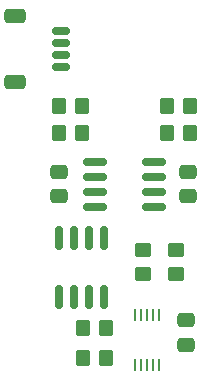
<source format=gbr>
%TF.GenerationSoftware,KiCad,Pcbnew,9.0.3*%
%TF.CreationDate,2025-12-07T20:29:13-06:00*%
%TF.ProjectId,IsolatedADSBoard,49736f6c-6174-4656-9441-4453426f6172,rev?*%
%TF.SameCoordinates,Original*%
%TF.FileFunction,Paste,Top*%
%TF.FilePolarity,Positive*%
%FSLAX46Y46*%
G04 Gerber Fmt 4.6, Leading zero omitted, Abs format (unit mm)*
G04 Created by KiCad (PCBNEW 9.0.3) date 2025-12-07 20:29:13*
%MOMM*%
%LPD*%
G01*
G04 APERTURE LIST*
G04 Aperture macros list*
%AMRoundRect*
0 Rectangle with rounded corners*
0 $1 Rounding radius*
0 $2 $3 $4 $5 $6 $7 $8 $9 X,Y pos of 4 corners*
0 Add a 4 corners polygon primitive as box body*
4,1,4,$2,$3,$4,$5,$6,$7,$8,$9,$2,$3,0*
0 Add four circle primitives for the rounded corners*
1,1,$1+$1,$2,$3*
1,1,$1+$1,$4,$5*
1,1,$1+$1,$6,$7*
1,1,$1+$1,$8,$9*
0 Add four rect primitives between the rounded corners*
20,1,$1+$1,$2,$3,$4,$5,0*
20,1,$1+$1,$4,$5,$6,$7,0*
20,1,$1+$1,$6,$7,$8,$9,0*
20,1,$1+$1,$8,$9,$2,$3,0*%
G04 Aperture macros list end*
%ADD10RoundRect,0.250000X-0.350000X-0.450000X0.350000X-0.450000X0.350000X0.450000X-0.350000X0.450000X0*%
%ADD11RoundRect,0.250000X0.350000X0.450000X-0.350000X0.450000X-0.350000X-0.450000X0.350000X-0.450000X0*%
%ADD12R,0.250000X1.100000*%
%ADD13RoundRect,0.150000X-0.825000X-0.150000X0.825000X-0.150000X0.825000X0.150000X-0.825000X0.150000X0*%
%ADD14RoundRect,0.250000X-0.475000X0.337500X-0.475000X-0.337500X0.475000X-0.337500X0.475000X0.337500X0*%
%ADD15RoundRect,0.150000X-0.625000X0.150000X-0.625000X-0.150000X0.625000X-0.150000X0.625000X0.150000X0*%
%ADD16RoundRect,0.250000X-0.650000X0.350000X-0.650000X-0.350000X0.650000X-0.350000X0.650000X0.350000X0*%
%ADD17RoundRect,0.250000X0.475000X-0.337500X0.475000X0.337500X-0.475000X0.337500X-0.475000X-0.337500X0*%
%ADD18RoundRect,0.250000X-0.450000X0.350000X-0.450000X-0.350000X0.450000X-0.350000X0.450000X0.350000X0*%
%ADD19RoundRect,0.150000X-0.150000X0.825000X-0.150000X-0.825000X0.150000X-0.825000X0.150000X0.825000X0*%
G04 APERTURE END LIST*
D10*
%TO.C,R7*%
X132350000Y-69850000D03*
X134350000Y-69850000D03*
%TD*%
D11*
%TO.C,R12*%
X134350000Y-72390000D03*
X132350000Y-72390000D03*
%TD*%
D12*
%TO.C,U3*%
X136795000Y-73002000D03*
X137295000Y-73002000D03*
X137795000Y-73002000D03*
X138295000Y-73002000D03*
X138795000Y-73002000D03*
X138795000Y-68702000D03*
X138295000Y-68702000D03*
X137795000Y-68702000D03*
X137295000Y-68702000D03*
X136795000Y-68702000D03*
%TD*%
D13*
%TO.C,U13*%
X133415000Y-55753000D03*
X133415000Y-57023000D03*
X133415000Y-58293000D03*
X133415000Y-59563000D03*
X138365000Y-59563000D03*
X138365000Y-58293000D03*
X138365000Y-57023000D03*
X138365000Y-55753000D03*
%TD*%
D14*
%TO.C,C8*%
X130302000Y-56620500D03*
X130302000Y-58695500D03*
%TD*%
%TO.C,C7*%
X141224000Y-56620500D03*
X141224000Y-58695500D03*
%TD*%
D15*
%TO.C,J3*%
X130524000Y-44728000D03*
X130524000Y-45728000D03*
X130524000Y-46728000D03*
X130524000Y-47728000D03*
D16*
X126649000Y-43428000D03*
X126649000Y-49028000D03*
%TD*%
D17*
%TO.C,C4*%
X141081000Y-71263500D03*
X141081000Y-69188500D03*
%TD*%
D10*
%TO.C,R1*%
X130318000Y-53340000D03*
X132318000Y-53340000D03*
%TD*%
D11*
%TO.C,R3*%
X141462000Y-51054000D03*
X139462000Y-51054000D03*
%TD*%
D18*
%TO.C,R6*%
X140208000Y-63262000D03*
X140208000Y-65262000D03*
%TD*%
D11*
%TO.C,R4*%
X141462000Y-53340000D03*
X139462000Y-53340000D03*
%TD*%
D18*
%TO.C,R5*%
X137414000Y-63262000D03*
X137414000Y-65262000D03*
%TD*%
D10*
%TO.C,R2*%
X130318000Y-51036000D03*
X132318000Y-51036000D03*
%TD*%
D19*
%TO.C,U1*%
X134112000Y-62230000D03*
X132842000Y-62230000D03*
X131572000Y-62230000D03*
X130302000Y-62230000D03*
X130302000Y-67180000D03*
X131572000Y-67180000D03*
X132842000Y-67180000D03*
X134112000Y-67180000D03*
%TD*%
M02*

</source>
